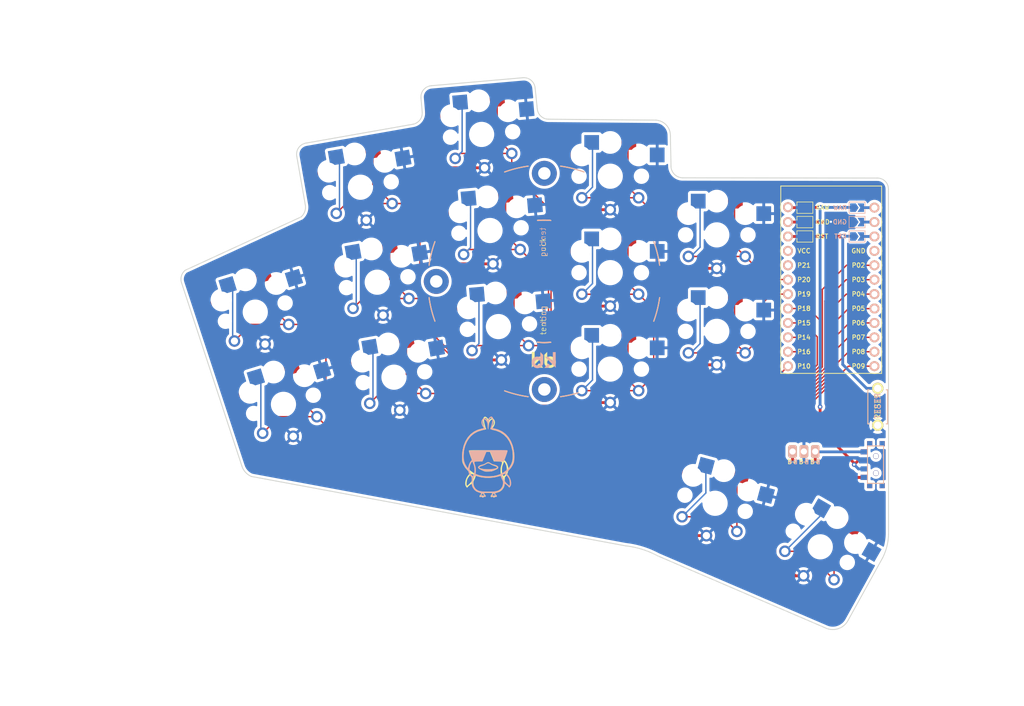
<source format=kicad_pcb>
(kicad_pcb (version 20211014) (generator pcbnew)
  (title_block (title "board") (rev "v1.0.0") (company "Unknown"))
  (layers (0 "F.Cu" signal) (31 "B.Cu" signal) (34 "B.Paste" user) (35 "F.Paste" user) (36 "B.SilkS" user "B.Silkscreen") (37 "F.SilkS" user "F.Silkscreen") (38 "B.Mask" user) (39 "F.Mask" user) (44 "Edge.Cuts" user))
  (net 0 "")
  (net 1 "P6")
  (net 2 "GND")
  (net 3 "P5")
  (net 4 "P4")
  (net 5 "P3")
  (net 6 "P2")
  (net 7 "P18")
  (net 8 "P15")
  (net 9 "P14")
  (net 10 "P16")
  (net 11 "P10")
  (net 12 "P19")
  (net 13 "P20")
  (net 14 "P21")
  (net 15 "P7")
  (net 16 "P8")
  (net 17 "P9")
  (net 18 "RAW")
  (net 19 "RST")
  (net 20 "VCC")
  (net 21 "Braw")
  (footprint "E73:SPDT_C128955" (layer "F.Cu") (at 162.242148 -55.849495 -90)
    (fp_text reference "T1" hide)
    (fp_text value "" hide)
  )
  (footprint "lib:bat" (layer "F.Cu") (at 149.545396 -58.163682)
    (fp_text reference "PAD1" hide)
    (fp_text value "" hide)
  )
  (footprint "kbd:ResetSW" (layer "F.Cu") (at 162.56 -66.04 90)
    (fp_text reference "B1" hide)
    (fp_text value "")
  )
  (footprint "PG1350" (layer "F.Cu") (at 71.38711 -104.745067 10)
    (fp_text reference "S11" hide)
    (fp_text value "" hide)
  )
  (footprint "PG1350" (layer "F.Cu") (at 152.428645 -41.360213 150)
    (fp_text reference "S34" hide)
    (fp_text value "" hide)
  )
  (footprint "PG1350" (layer "F.Cu") (at 94.221643 -97.114167 5)
    (fp_text reference "S15" hide)
    (fp_text value "" hide)
  )
  (footprint "PG1350" (layer "F.Cu") (at 115.411087 -89.686017)
    (fp_text reference "S21" hide)
    (fp_text value "" hide)
  )
  (footprint "PG1350" (layer "F.Cu") (at 77.291148 -71.261603 -170)
    (fp_text reference "S8" hide)
    (fp_text value "" hide)
  )
  (footprint "PG1350" (layer "F.Cu") (at 95.703291 -80.178857 -175)
    (fp_text reference "S14" hide)
    (fp_text value "" hide)
  )
  (footprint "PG1350" (layer "F.Cu") (at 115.411087 -72.686017 180)
    (fp_text reference "S20" hide)
    (fp_text value "" hide)
  )
  (footprint "PG1350" (layer "F.Cu") (at 134.192 -79.3425 180)
    (fp_text reference "S28" hide)
    (fp_text value "" hide)
  )
  (footprint "PG1350" (layer "F.Cu") (at 134.192 -96.3425)
    (fp_text reference "S29" hide)
    (fp_text value "" hide)
  )
  (footprint "LOGO" (layer "F.Cu") (at 93.819755 -55.859733)
    (fp_text reference "G***" hide)
    (fp_text value "LOGO" hide)
  )
  (footprint "PG1350" (layer "F.Cu") (at 152.428645 -41.360213 -30)
    (fp_text reference "S33" hide)
    (fp_text value "" hide)
  )
  (footprint "PG1350" (layer "F.Cu") (at 77.291148 -71.261603 10)
    (fp_text reference "S7" hide)
    (fp_text value "" hide)
  )
  (footprint "E73:SPDT_C128955" (layer "F.Cu") (at 162.242148 -55.849495 -90)
    (fp_text reference "T2" hide)
    (fp_text value "" hide)
  )
  (footprint "PG1350" (layer "F.Cu") (at 52.842259 -82.729963 17)
    (fp_text reference "S5" hide)
    (fp_text value "" hide)
  )
  (footprint "PG1350" (layer "F.Cu") (at 134.192 -79.3425)
    (fp_text reference "S27" hide)
    (fp_text value "" hide)
  )
  (footprint "PG1350" (layer "F.Cu") (at 74.339129 -88.003335 10)
    (fp_text reference "S9" hide)
    (fp_text value "" hide)
  )
  (footprint "PG1350" (layer "F.Cu") (at 94.221643 -97.114167 -175)
    (fp_text reference "S16" hide)
    (fp_text value "" hide)
  )
  (footprint "PG1350" (layer "F.Cu") (at 134.192 -96.3425 180)
    (fp_text reference "S30" hide)
    (fp_text value "" hide)
  )
  (footprint "PG1350" (layer "F.Cu") (at 95.703291 -80.178857 5)
    (fp_text reference "S13" hide)
    (fp_text value "" hide)
  )
  (footprint "PG1350" (layer "F.Cu") (at 115.411087 -106.686017 180)
    (fp_text reference "S24" hide)
    (fp_text value "" hide)
  )
  (footprint "PG1350" (layer "F.Cu") (at 92.739996 -114.049477 5)
    (fp_text reference "S17" hide)
    (fp_text value "" hide)
  )
  (footprint "PG1350" (layer "F.Cu") (at 57.812578 -66.472782 -163)
    (fp_text reference "S4" hide)
    (fp_text value "" hide)
  )
  (footprint "PG1350" (layer "F.Cu") (at 74.339129 -88.003335 -170)
    (fp_text reference "S10" hide)
    (fp_text value "" hide)
  )
  (footprint "PG1350" (layer "F.Cu") (at 115.411087 -89.686017 180)
    (fp_text reference "S22" hide)
    (fp_text value "" hide)
  )
  (footprint "PG1350" (layer "F.Cu") (at 133.891046 -49.038738 -15)
    (fp_text reference "S31" hide)
    (fp_text value "" hide)
  )
  (footprint "ProMicro" (layer "F.Cu") (at 154.357213 -87.172542 -90)
    (fp_text reference "MCU1" hide)
    (fp_text value "" hide)
  )
  (footprint "PG1350" (layer "F.Cu") (at 57.812578 -66.472782 17)
    (fp_text reference "S3" hide)
    (fp_text value "" hide)
  )
  (footprint "PG1350" (layer "F.Cu") (at 133.891046 -49.038738 165)
    (fp_text reference "S32" hide)
    (fp_text value "" hide)
  )
  (footprint "Alaa:Tenting_Puck_3_Holes" (layer "F.Cu") (at 103.79722 -88.141427)
    (fp_text reference "REF**")
    (fp_text value "Tenting Puck")
  )
  (footprint "PG1350" (layer "F.Cu") (at 71.38711 -104.745067 -170)
    (fp_text reference "S12" hide)
    (fp_text value "" hide)
  )
  (footprint "PG1350" (layer "F.Cu") (at 115.411087 -106.686017)
    (fp_text reference "S23" hide)
    (fp_text value "" hide)
  )
  (footprint "PG1350" (layer "F.Cu") (at 52.842259 -82.729963 -163)
    (fp_text reference "S6" hide)
    (fp_text value "" hide)
  )
  (footprint "PG1350" (layer "F.Cu") (at 115.411087 -72.686017)
    (fp_text reference "S19" hide)
    (fp_text value "" hide)
  )
  (footprint "PG1350" (layer "F.Cu") (at 92.739996 -114.049477 -175)
    (fp_text reference "S18" hide)
    (fp_text value "" hide)
  )
  (footprint "LOGO" (layer "B.Cu") (at 93.98 -55.88 180)
    (fp_text reference "G***" hide)
    (fp_text value "LOGO" hide)
  )
  (gr_line (start 126.121408 -108.433191) (end 126.017155 -113.775795) (layer "Edge.Cuts") (width 0.15))
  (gr_arc (start 123.477155 -116.569795) (mid 125.311947 -115.686235) (end 126.017155 -113.775795) (layer "Edge.Cuts") (width 0.15))
  (gr_arc (start 39.848601 -87.891438) (mid 39.8224 -89.101164) (end 40.491427 -90.109393) (layer "Edge.Cuts") (width 0.15))
  (gr_line (start 153.591046 -26.958397) (end 123.779847 -39.764389) (layer "Edge.Cuts") (width 0.15))
  (gr_arc (start 128.150357 -106.406267) (mid 126.731785 -107.015227) (end 126.121408 -108.433191) (layer "Edge.Cuts") (width 0.15))
  (gr_line (start 102.172334 -122.230624) (end 102.550353 -118.560853) (layer "Edge.Cuts") (width 0.15))
  (gr_line (start 82.266245 -117.989249) (end 82.049201 -120.470078) (layer "Edge.Cuts") (width 0.15))
  (gr_arc (start 60.153981 -110.205554) (mid 60.48529 -111.700005) (end 61.776299 -112.522466) (layer "Edge.Cuts") (width 0.15))
  (gr_arc (start 52.168885 -53.758728) (mid 51.127162 -54.490363) (end 50.484015 -55.588924) (layer "Edge.Cuts") (width 0.15))
  (gr_arc (start 82.266246 -117.989249) (mid 81.860585 -116.597398) (end 80.621152 -115.845322) (layer "Edge.Cuts") (width 0.15))
  (gr_arc (start 162.444241 -106.359224) (mid 163.871637 -105.799912) (end 164.444241 -104.377795) (layer "Edge.Cuts") (width 0.15))
  (gr_line (start 162.444241 -106.359224) (end 128.150357 -106.406267) (layer "Edge.Cuts") (width 0.15))
  (gr_line (start 40.491427 -90.109393) (end 60.924243 -99.51159) (layer "Edge.Cuts") (width 0.15))
  (gr_line (start 61.776299 -112.522466) (end 80.621152 -115.845322) (layer "Edge.Cuts") (width 0.15))
  (gr_line (start 118.100952 -41.532435) (end 52.168885 -53.758728) (layer "Edge.Cuts") (width 0.15))
  (gr_line (start 157.367946 -28.458049) (end 163.435813 -39.438858) (layer "Edge.Cuts") (width 0.15))
  (gr_arc (start 82.049201 -120.470079) (mid 82.509504 -121.929964) (end 83.867279 -122.636779) (layer "Edge.Cuts") (width 0.15))
  (gr_arc (start 118.100952 -41.532435) (mid 121.025117 -40.920519) (end 123.779847 -39.764389) (layer "Edge.Cuts") (width 0.15))
  (gr_line (start 39.848601 -87.891438) (end 50.484015 -55.588924) (layer "Edge.Cuts") (width 0.15))
  (gr_arc (start 157.367946 -28.458049) (mid 155.764262 -26.991042) (end 153.591046 -26.958397) (layer "Edge.Cuts") (width 0.15))
  (gr_line (start 60.15398 -110.205554) (end 61.663644 -101.60441) (layer "Edge.Cuts") (width 0.15))
  (gr_line (start 104.542743 -116.735163) (end 123.477155 -116.569795) (layer "Edge.Cuts") (width 0.15))
  (gr_arc (start 100.005633 -124.048703) (mid 101.465554 -123.588422) (end 102.172334 -122.230624) (layer "Edge.Cuts") (width 0.15))
  (gr_arc (start 61.663644 -101.60441) (mid 61.564659 -100.462355) (end 60.924243 -99.51159) (layer "Edge.Cuts") (width 0.15))
  (gr_arc (start 104.542743 -116.735163) (mid 103.191579 -117.260624) (end 102.550353 -118.560853) (layer "Edge.Cuts") (width 0.15))
  (gr_line (start 83.867279 -122.636779) (end 100.005633 -124.048702) (layer "Edge.Cuts") (width 0.15))
  (gr_line (start 164.473079 -43.609992) (end 164.444241 -104.377795) (layer "Edge.Cuts") (width 0.15))
  (gr_arc (start 164.473079 -43.609992) (mid 164.184386 -41.467243) (end 163.435813 -39.438858) (layer "Edge.Cuts") (width 0.15))
  (segment (start 157.527339 -80.822542) (end 154.628374 -77.923577) (width 0.25) (layer "F.Cu") (net 1))
  (segment (start 58.734795 -80.557863) (end 52.095465 -80.557863) (width 0.25) (layer "F.Cu") (net 1))
  (segment (start 54.234545 -89.377494) (end 54.234545 -85.058113) (width 0.25) (layer "F.Cu") (net 1))
  (segment (start 52.095465 -80.557863) (end 49.171748 -77.634146) (width 0.25) (layer "F.Cu") (net 1))
  (segment (start 94.028116 -72.037521) (end 89.562066 -72.037521) (width 0.25) (layer "F.Cu") (net 1))
  (segment (start 54.234545 -85.058113) (end 58.734795 -80.557863) (width 0.25) (layer "F.Cu") (net 1))
  (segment (start 154.628374 -72.346106) (end 149.562665 -67.280397) (width 0.25) (layer "F.Cu") (net 1))
  (segment (start 65.297412 -69.322588) (end 65.297412 -78.74) (width 0.25) (layer "F.Cu") (net 1))
  (segment (start 149.562665 -67.280397) (end 126.862431 -67.280397) (width 0.25) (layer "F.Cu") (net 1))
  (segment (start 161.977213 -80.822542) (end 157.527339 -80.822542) (width 0.25) (layer "F.Cu") (net 1))
  (segment (start 126.862431 -67.280397) (end 126.311018 -66.728983) (width 0.25) (layer "F.Cu") (net 1))
  (segment (start 121.686138 -62.104105) (end 109.813673 -62.104105) (width 0.25) (layer "F.Cu") (net 1))
  (segment (start 109.813673 -62.104105) (end 106.982862 -64.934916) (width 0.25) (layer "F.Cu") (net 1))
  (segment (start 71.12 -63.5) (end 65.297412 -69.322588) (width 0.25) (layer "F.Cu") (net 1))
  (segment (start 63.479549 -80.557863) (end 58.734795 -80.557863) (width 0.25) (layer "F.Cu") (net 1))
  (segment (start 126.311018 -66.728983) (end 121.686138 -62.104105) (width 0.25) (layer "F.Cu") (net 1))
  (segment (start 89.562066 -72.037521) (end 81.024544 -63.5) (width 0.25) (layer "F.Cu") (net 1))
  (segment (start 154.628374 -77.923577) (end 154.628374 -72.346106) (width 0.25) (layer "F.Cu") (net 1))
  (segment (start 81.024544 -63.5) (end 71.12 -63.5) (width 0.25) (layer "F.Cu") (net 1))
  (segment (start 101.130724 -64.934916) (end 94.028116 -72.037521) (width 0.25) (layer "F.Cu") (net 1))
  (segment (start 65.297412 -78.74) (end 63.479549 -80.557863) (width 0.25) (layer "F.Cu") (net 1))
  (segment (start 106.982862 -64.934916) (end 101.130724 -64.934916) (width 0.25) (layer "F.Cu") (net 1))
  (segment (start 47.655954 -88.184596) (end 48.856953 -86.983597) (width 0.25) (layer "B.Cu") (net 1))
  (segment (start 48.856953 -86.983597) (end 48.856953 -78.356283) (width 0.25) (layer "B.Cu") (net 1))
  (segment (start 108.15356 -75.418544) (end 107.136087 -76.436017) (width 0.5) (layer "F.Cu") (net 2))
  (segment (start 63.384822 -105.421809) (end 62.586645 -106.219986) (width 0.5) (layer "F.Cu") (net 2))
  (segment (start 96.21751 -74.301308) (end 89.760656 -74.301308) (width 0.5) (layer "F.Cu") (net 2))
  (segment (start 134.192 -90.4425) (end 127.825621 -90.4425) (width 0.5) (layer "F.Cu") (net 2))
  (segment (start 63.384822 -100.80225) (end 63.384822 -105.421809) (width 0.5) (layer "F.Cu") (net 2))
  (segment (start 128.464518 -73.4425) (end 125.917 -75.990018) (width 0.5) (layer "F.Cu") (net 2))
  (segment (start 75.363653 -82.192969) (end 74.347654 -81.17697) (width 0.5) (layer "F.Cu") (net 2))
  (segment (start 115.411087 -66.786017) (end 109.81576 -66.786017) (width 0.5) (layer "F.Cu") (net 2))
  (segment (start 125.917 -92.351121) (end 125.917 -100.0925) (width 0.5) (layer "F.Cu") (net 2))
  (segment (start 108.15356 -68.448217) (end 108.15356 -75.418544) (width 0.5) (layer "F.Cu") (net 2))
  (segment (start 62.586645 -106.219986) (end 62.586645 -107.001157) (width 0.5) (layer "F.Cu") (net 2))
  (segment (start 66.26837 -97.918702) (end 63.384822 -100.80225) (width 0.5) (layer "F.Cu") (net 2))
  (segment (start 74.347654 -81.17697) (end 68.485407 -81.17697) (width 0.5) (layer "F.Cu") (net 2))
  (segment (start 71.813295 -64.435238) (end 68.490683 -67.75785) (width 0.5) (layer "F.Cu") (net 2))
  (segment (start 89.760656 -74.301308) (end 87.132946 -76.929018) (width 0.5) (layer "F.Cu") (net 2))
  (segment (start 125.807135 -53.741241) (end 126.868581 -54.802687) (width 0.5) (layer "F.Cu") (net 2))
  (segment (start 109.81576 -66.786017) (end 108.15356 -68.448217) (width 0.5) (layer "F.Cu") (net 2))
  (segment (start 49.917361 -65.987885) (end 48.802762 -67.102484) (width 0.5) (layer "F.Cu") (net 2))
  (segment (start 144.4244 -39.868068) (end 144.4244 -46.032423) (width 0.5) (layer "F.Cu") (net 2))
  (segment (start 125.807135 -45.471746) (end 125.807135 -53.741241) (width 0.5) (layer "F.Cu") (net 2))
  (segment (start 59.537571 -60.830584) (end 58.196209 -59.489222) (width 0.5) (layer "F.Cu") (net 2))
  (segment (start 77.299673 -64.435238) (end 71.813295 -64.435238) (width 0.5) (layer "F.Cu") (net 2))
  (segment (start 115.411087 -83.786017) (end 108.973745 -83.786017) (width 0.5) (layer "F.Cu") (net 2))
  (segment (start 78.315672 -65.451237) (end 77.299673 -64.435238) (width 0.5) (layer "F.Cu") (net 2))
  (segment (start 58.196209 -59.489222) (end 53.137791 -59.489222) (width 0.5) (layer "F.Cu") (net 2))
  (segment (start 71.395635 -97.918702) (end 66.26837 -97.918702) (width 0.5) (layer "F.Cu") (net 2))
  (segment (start 132.364014 -43.339776) (end 127.939105 -43.339776) (width 0.5) (layer "F.Cu") (net 2))
  (segment (start 53.137791 -59.489222) (end 49.917361 -62.709652) (width 0.5) (layer "F.Cu") (net 2))
  (segment (start 134.192 -73.4425) (end 128.464518 -73.4425) (width 0.5) (layer "F.Cu") (net 2))
  (segment (start 107.136087 -103.216201) (end 107.136087 -110.436017) (width 0.5) (layer "F.Cu") (net 2))
  (segment (start 86.601289 -108.171928) (end 86.570217 -108.140856) (width 0.5) (layer "F.Cu") (net 2))
  (segment (start 93.254215 -108.171928) (end 86.601289 -108.171928) (width 0.5) (layer "F.Cu") (net 2))
  (segment (start 115.411087 -100.786017) (end 109.566271 -100.786017) (width 0.5) (layer "F.Cu") (net 2))
  (segment (start 68.485407 -81.17697) (end 65.538664 -84.123713) (width 0.5) (layer "F.Cu") (net 2))
  (segment (start 85.651298 -93.599163) (end 85.651298 -100.128683) (width 0.5) (layer "F.Cu") (net 2))
  (segment (start 65.538664 -84.123713) (end 65.538664 -90.259425) (width 0.5) (layer "F.Cu") (net 2))
  (segment (start 48.802762 -67.102484) (end 48.802762 -67.639549) (width 0.5) (layer "F.Cu") (net 2))
  (segment (start 144.4244 -46.032423) (end 147.137285 -48.745308) (width 0.5) (layer "F.Cu") (net 2))
  (segment (start 127.939105 -43.339776) (end 125.807135 -45.471746) (width 0.5) (layer "F.Cu") (net 2))
  (segment (start 148.041805 -36.250663) (end 144.4244 -39.868068) (width 0.5) (layer "F.Cu") (net 2))
  (segment (start 154.256703 -98.602542) (end 150.44369 -98.602542) (width 0.5) (layer "F.Cu") (net 2))
  (segment (start 108.15356 -76.015027) (end 107.136087 -77.0325) (width 0.5) (layer "F.Cu") (net 2))
  (segment (start 109.566271 -100.786017) (end 107.136087 -103.216201) (width 0.5) (layer "F.Cu") (net 2))
  (segment (start 94.735862 -91.236618) (end 88.013843 -91.236618) (width 0.5) (layer "F.Cu") (net 2))
  (segment (start 48.232895 -75.218284) (end 44.864298 -78.586881) (width 0.5) (layer "F.Cu") (net 2))
  (segment (start 87.132946 -76.929018) (end 87.132946 -83.193373) (width 0.5) (layer "F.Cu") (net 2))
  (segment (start 88.013843 -91.236618) (end 85.651298 -93.599163) (width 0.5) (layer "F.Cu") (net 2))
  (segment (start 108.973745 -83.786017) (end 107.136087 -85.623675) (width 0.5) (layer "F.Cu") (net 2))
  (segment (start 154.304587 -98.650426) (end 154.256703 -98.602542) (width 0.5) (layer "F.Cu") (net 2))
  (segment (start 127.825621 -90.4425) (end 125.917 -92.351121) (width 0.5) (layer "F.Cu") (net 2))
  (segment (start 44.864298 -78.586881) (end 44.864298 -82.864875) (width 0.5) (layer "F.Cu") (net 2))
  (segment (start 86.570217 -108.140856) (end 84.169651 -110.541422) (width 0.5) (layer "F.Cu") (net 2))
  (segment (start 54.567252 -77.087765) (end 52.697771 -75.218284) (width 0.5) (layer "F.Cu") (net 2))
  (segment (start 72.411634 -98.934701) (end 71.395635 -97.918702) (width 0.5) (layer "F.Cu") (net 2))
  (segment (start 149.478645 -36.250663) (end 148.041805 -36.250663) (width 0.5) (layer "F.Cu") (net 2))
  (segment (start 68.490683 -67.75785) (end 68.490683 -73.517693) (width 0.5) (layer "F.Cu") (net 2))
  (segment (start 52.697771 -75.218284) (end 48.232895 -75.218284) (width 0.5) (layer "F.Cu") (net 2))
  (segment (start 107.136087 -85.623675) (end 107.136087 -93.436017) (width 0.5) (layer "F.Cu") (net 2))
  (segment (start 44.864298 -82.864875) (end 43.832443 -83.89673) (width 0.5) (layer "F.Cu") (net 2))
  (segment (start 49.917361 -62.709652) (end 49.917361 -65.987885) (width 0.5) (layer "F.Cu") (net 2))
  (segment (start 125.917 -75.990018) (end 125.917 -83.0925) (width 0.5) (layer "F.Cu") (net 2))
  (segment (start 84.169651 -110.541422) (end 84.169651 -117.063993) (width 0.5) (layer "F.Cu") (net 2))
  (via (at 154.304587 -98.650426) (size 0.8) (drill 0.4) (layers "F.Cu" "B.Cu") (net 2))
  (segment (start 154.329345 -98.675184) (end 154.329345 -64.825511) (width 0.5) (layer "B.Cu") (net 2))
  (segment (start 149.545396 -60.041562) (end 149.545396 -58.163682) (width 0.5) (layer "B.Cu") (net 2))
  (segment (start 154.329345 -64.825511) (end 149.545396 -60.041562) (width 0.5) (layer "B.Cu") (net 2))
  (segment (start 154.304587 -98.650426) (end 154.329345 -98.675184) (width 0.5) (layer "B.Cu") (net 2))
  (segment (start 154.329345 -98.675184) (end 158.139502 -98.675184) (width 0.5) (layer "B.Cu") (net 2))
  (segment (start 154.178854 -72.532303) (end 154.178854 -80.140845) (width 0.25) (layer "F.Cu") (net 3))
  (segment (start 157.383378 -83.345369) (end 161.96004 -83.345369) (width 0.25) (layer "F.Cu") (net 3))
  (segment (start 121.499941 -62.553625) (end 126.676233 -67.729917) (width 0.25) (layer "F.Cu") (net 3))
  (segment (start 79.483187 -71.779437) (end 82.87505 -68.387574) (width 0.25) (layer "F.Cu") (net 3))
  (segment (start 94.214315 -72.487041) (end 101.31692 -65.384436) (width 0.25) (layer "F.Cu") (net 3))
  (segment (start 154.178854 -80.140845) (end 157.383378 -83.345369) (width 0.25) (layer "F.Cu") (net 3))
  (segment (start 149.376468 -67.729917) (end 154.178854 -72.532303) (width 0.25) (layer "F.Cu") (net 3))
  (segment (start 101.31692 -65.384436) (end 107.16906 -65.384436) (width 0.25) (layer "F.Cu") (net 3))
  (segment (start 82.87505 -68.387574) (end 74.763453 -68.387574) (width 0.25) (layer "F.Cu") (net 3))
  (segment (start 79.483187 -77.689907) (end 79.483187 -71.779437) (width 0.25) (layer "F.Cu") (net 3))
  (segment (start 74.763453 -68.387574) (end 73.026972 -66.651093) (width 0.25) (layer "F.Cu") (net 3))
  (segment (start 85.2764 -68.387574) (end 89.375867 -72.487041) (width 0.25) (layer "F.Cu") (net 3))
  (segment (start 109.999871 -62.553625) (end 121.499941 -62.553625) (width 0.25) (layer "F.Cu") (net 3))
  (segment (start 107.16906 -65.384436) (end 109.999871 -62.553625) (width 0.25) (layer "F.Cu") (net 3))
  (segment (start 82.87505 -68.387574) (end 85.2764 -68.387574) (width 0.25) (layer "F.Cu") (net 3))
  (segment (start 89.375867 -72.487041) (end 94.214315 -72.487041) (width 0.25) (layer "F.Cu") (net 3))
  (segment (start 126.676233 -67.729917) (end 149.376468 -67.729917) (width 0.25) (layer "F.Cu") (net 3))
  (segment (start 73.59045 -67.214571) (end 73.026972 -66.651093) (width 0.25) (layer "B.Cu") (net 3))
  (segment (start 73.032696 -76.552511) (end 73.59045 -75.994757) (width 0.25) (layer "B.Cu") (net 3))
  (segment (start 73.59045 -75.994757) (end 73.59045 -67.214571) (width 0.25) (layer "B.Cu") (net 3))
  (segment (start 126.490035 -68.179437) (end 149.19027 -68.179437) (width 0.25) (layer "F.Cu") (net 4))
  (segment (start 76.531168 -88.521169) (end 79.923031 -85.129306) (width 0.25) (layer "F.Cu") (net 4))
  (segment (start 94.400512 -72.936561) (end 101.503117 -65.833956) (width 0.25) (layer "F.Cu") (net 4))
  (segment (start 110.186071 -63.003145) (end 121.313741 -63.003145) (width 0.25) (layer "F.Cu") (net 4))
  (segment (start 76.531168 -94.431639) (end 76.531168 -88.521169) (width 0.25) (layer "F.Cu") (net 4))
  (segment (start 149.19027 -68.179437) (end 153.729334 -72.718501) (width 0.25) (layer "F.Cu") (net 4))
  (segment (start 153.729334 -82.609334) (end 157.024799 -85.904799) (width 0.25) (layer "F.Cu") (net 4))
  (segment (start 84.38648 -77.933067) (end 89.382986 -72.936561) (width 0.25) (layer "F.Cu") (net 4))
  (segment (start 84.38648 -82.617802) (end 84.38648 -77.933067) (width 0.25) (layer "F.Cu") (net 4))
  (segment (start 157.024799 -85.904799) (end 161.974956 -85.904799) (width 0.25) (layer "F.Cu") (net 4))
  (segment (start 79.923031 -85.129306) (end 71.811434 -85.129306) (width 0.25) (layer "F.Cu") (net 4))
  (segment (start 89.382986 -72.936561) (end 94.400512 -72.936561) (width 0.25) (layer "F.Cu") (net 4))
  (segment (start 81.874976 -85.129306) (end 84.38648 -82.617802) (width 0.25) (layer "F.Cu") (net 4))
  (segment (start 107.355257 -65.833956) (end 110.186071 -63.003145) (width 0.25) (layer "F.Cu") (net 4))
  (segment (start 79.923031 -85.129306) (end 81.874976 -85.129306) (width 0.25) (layer "F.Cu") (net 4))
  (segment (start 161.974956 -85.904799) (end 161.977213 -85.902542) (width 0.25) (layer "F.Cu") (net 4))
  (segment (start 153.729334 -72.718501) (end 153.729334 -82.609334) (width 0.25) (layer "F.Cu") (net 4))
  (segment (start 71.811434 -85.129306) (end 70.074953 -83.392825) (width 0.25) (layer "F.Cu") (net 4))
  (segment (start 101.503117 -65.833956) (end 107.355257 -65.833956) (width 0.25) (layer "F.Cu") (net 4))
  (segment (start 121.313741 -63.003145) (end 126.490035 -68.179437) (width 0.25) (layer "F.Cu") (net 4))
  (segment (start 70.638431 -83.956303) (end 70.074953 -83.392825) (width 0.25) (layer "B.Cu") (net 4))
  (segment (start 70.638431 -92.736489) (end 70.638431 -83.956303) (width 0.25) (layer "B.Cu") (net 4))
  (segment (start 70.080677 -93.294243) (end 70.638431 -92.736489) (width 0.25) (layer "B.Cu") (net 4))
  (segment (start 68.859415 -101.871038) (end 67.122934 -100.134557) (width 0.25) (layer "F.Cu") (net 5))
  (segment (start 107.541455 -66.283476) (end 110.372268 -63.452665) (width 0.25) (layer "F.Cu") (net 5))
  (segment (start 73.579149 -111.173371) (end 73.579149 -105.262901) (width 0.25) (layer "F.Cu") (net 5))
  (segment (start 149.004072 -68.628957) (end 153.249052 -72.873937) (width 0.25) (layer "F.Cu") (net 5))
  (segment (start 81.858703 -85.781297) (end 84.836 -82.804) (width 0.25) (layer "F.Cu") (net 5))
  (segment (start 110.372268 -63.452665) (end 121.127544 -63.452665) (width 0.25) (layer "F.Cu") (net 5))
  (segment (start 81.858703 -99.573497) (end 81.858703 -85.781297) (width 0.25) (layer "F.Cu") (net 5))
  (segment (start 153.249052 -84.703008) (end 156.988586 -88.442542) (width 0.25) (layer "F.Cu") (net 5))
  (segment (start 76.971012 -101.871038) (end 68.859415 -101.871038) (width 0.25) (layer "F.Cu") (net 5))
  (segment (start 79.561162 -101.871038) (end 81.858703 -99.573497) (width 0.25) (layer "F.Cu") (net 5))
  (segment (start 101.689314 -66.283476) (end 107.541455 -66.283476) (width 0.25) (layer "F.Cu") (net 5))
  (segment (start 153.249052 -72.873937) (end 153.249052 -84.703008) (width 0.25) (layer "F.Cu") (net 5))
  (segment (start 76.971012 -101.871038) (end 79.561162 -101.871038) (width 0.25) (layer "F.Cu") (net 5))
  (segment (start 89.569184 -73.386081) (end 94.586709 -73.386081) (width 0.25) (layer "F.Cu") (net 5))
  (segment (start 84.836 -82.804) (end 84.836 -78.119265) (width 0.25) (layer "F.Cu") (net 5))
  (segment (start 126.303837 -68.628957) (end 149.004072 -68.628957) (width 0.25) (layer "F.Cu") (net 5))
  (segment (start 73.579149 -105.262901) (end 76.971012 -101.871038) (width 0.25) (layer "F.Cu") (net 5))
  (segment (start 94.586709 -73.386081) (end 101.689314 -66.283476) (width 0.25) (layer "F.Cu") (net 5))
  (segment (start 156.988586 -88.442542) (end 161.977213 -88.442542) (width 0.25) (layer "F.Cu") (net 5))
  (segment (start 121.127544 -63.452665) (end 126.303837 -68.628957) (width 0.25) (layer "F.Cu") (net 5))
  (segment (start 84.836 -78.119265) (end 89.569184 -73.386081) (width 0.25) (layer "F.Cu") (net 5))
  (segment (start 67.686412 -100.698035) (end 67.122934 -100.134557) (width 0.25) (layer "B.Cu") (net 5))
  (segment (start 67.128658 -110.035975) (end 67.686412 -109.478221) (width 0.25) (layer "B.Cu") (net 5))
  (segment (start 67.686412 -109.478221) (end 67.686412 -100.698035) (width 0.25) (layer "B.Cu") (net 5))
  (segment (start 104.07916 -75.594064) (end 104.07916 -73.484347) (width 0.25) (layer "F.Cu") (net 6))
  (segment (start 106.680001 -67.780648) (end 110.558465 -63.902185) (width 0.25) (layer "F.Cu") (net 6))
  (segment (start 110.558465 -63.902185) (end 120.941347 -63.902185) (width 0.25) (layer "F.Cu") (net 6))
  (segment (start 91.925067 -76.829096) (end 91.053509 -75.957538) (width 0.25) (layer "F.Cu") (net 6))
  (segment (start 106.68 -70.883507) (end 106.680001 -67.780648) (width 0.25) (layer "F.Cu") (net 6))
  (segment (start 101.015456 -76.829096) (end 98.447252 -79.3973) (width 0.25) (layer "F.Cu") (net 6))
  (segment (start 152.799532 -73.060135) (end 152.799532 -86.738477) (width 0.25) (layer "F.Cu") (net 6))
  (segment (start 98.447252 -79.3973) (end 98.447252 -86.391651) (width 0.25) (layer "F.Cu") (net 6))
  (segment (start 104.07916 -73.484347) (end 106.68 -70.883507) (width 0.25) (layer "F.Cu") (net 6))
  (segment (start 120.941347 -63.902185) (end 126.117639 -69.078477) (width 0.25) (layer "F.Cu") (net 6))
  (segment (start 126.117639 -69.078477) (end 148.817874 -69.078477) (width 0.25) (layer "F.Cu") (net 6))
  (segment (start 101.015456 -76.829096) (end 102.844128 -76.829096) (width 0.25) (layer "F.Cu") (net 6))
  (segment (start 102.844128 -76.829096) (end 104.07916 -75.594064) (width 0.25) (layer "F.Cu") (net 6))
  (segment (start 152.799532 -86.738477) (end 157.043597 -90.982542) (width 0.25) (layer "F.Cu") (net 6))
  (segment (start 157.043597 -90.982542) (end 161.977213 -90.982542) (width 0.25) (layer "F.Cu") (net 6))
  (segment (start 101.015456 -76.829096) (end 91.925067 -76.829096) (width 0.25) (layer "F.Cu") (net 6))
  (segment (start 148.817874 -69.078477) (end 152.799532 -73.060135) (width 0.25) (layer "F.Cu") (net 6))
  (segment (start 92.270004 -77.174033) (end 91.053509 -75.957538) (width 0.25) (layer "B.Cu") (net 6))
  (segment (start 91.922177 -85.82078) (end 92.270004 -85.472953) (width 0.25) (layer "B.Cu") (net 6))
  (segment (start 92.270004 -85.472953) (end 92.270004 -77.174033) (width 0.25) (layer "B.Cu") (net 6))
  (segment (start 110.744662 -64.351705) (end 120.755149 -64.351705) (width 0.25) (layer "F.Cu") (net 7))
  (segment (start 104.52868 -88.769534) (end 104.52868 -73.670546) (width 0.25) (layer "F.Cu") (net 7))
  (segment (start 152.350012 -73.246333) (end 152.350012 -81.329988) (width 0.25) (layer "F.Cu") (net 7))
  (segment (start 99.533808 -93.764406) (end 90.443419 -93.764406) (width 0.25) (layer "F.Cu") (net 7))
  (segment (start 96.965604 -96.33261) (end 99.533808 -93.764406) (width 0.25) (layer "F.Cu") (net 7))
  (segment (start 107.12952 -67.966846) (end 107.392843 -67.703524) (width 0.25) (layer "F.Cu") (net 7))
  (segment (start 150.317458 -83.362542) (end 146.737213 -83.362542) (width 0.25) (layer "F.Cu") (net 7))
  (segment (start 107.392843 -67.703524) (end 110.744662 -64.351705) (width 0.25) (layer "F.Cu") (net 7))
  (segment (start 99.533808 -93.764406) (end 104.52868 -88.769534) (width 0.25) (layer "F.Cu") (net 7))
  (segment (start 148.631676 -69.527997) (end 152.350012 -73.246333) (width 0.25) (layer "F.Cu") (net 7))
  (segment (start 125.931441 -69.527997) (end 148.631676 -69.527997) (width 0.25) (layer "F.Cu") (net 7))
  (segment (start 96.965604 -103.326961) (end 96.965604 -96.33261) (width 0.25) (layer "F.Cu") (net 7))
  (segment (start 90.443419 -93.764406) (end 89.571861 -92.892848) (width 0.25) (layer "F.Cu") (net 7))
  (segment (start 107.12952 -71.069705) (end 107.12952 -67.966846) (width 0.25) (layer "F.Cu") (net 7))
  (segment (start 152.350012 -81.329988) (end 150.317458 -83.362542) (width 0.25) (layer "F.Cu") (net 7))
  (segment (start 104.52868 -73.670546) (end 107.12952 -71.069705) (width 0.25) (layer "F.Cu") (net 7))
  (segment (start 120.755149 -64.351705) (end 125.931441 -69.527997) (width 0.25) (layer "F.Cu") (net 7))
  (segment (start 90.788356 -94.109343) (end 89.571861 -92.892848) (width 0.25) (layer "B.Cu") (net 7))
  (segment (start 90.440529 -102.75609) (end 90.788356 -102.408263) (width 0.25) (layer "B.Cu") (net 7))
  (segment (start 90.788356 -102.408263) (end 90.788356 -94.109343) (width 0.25) (layer "B.Cu") (net 7))
  (segment (start 148.445478 -69.977517) (end 151.900492 -73.432531) (width 0.25) (layer "F.Cu") (net 8))
  (segment (start 120.568951 -64.801225) (end 125.745243 -69.977517) (width 0.25) (layer "F.Cu") (net 8))
  (segment (start 98.052161 -107.541789) (end 104.9782 -100.61575) (width 0.25) (layer "F.Cu") (net 8))
  (segment (start 151.900492 -78.376564) (end 149.454514 -80.822542) (width 0.25) (layer "F.Cu") (net 8))
  (segment (start 98.052161 -110.699716) (end 98.052161 -107.541789) (width 0.25) (layer "F.Cu") (net 8))
  (segment (start 95.483957 -120.262271) (end 95.483957 -113.26792) (width 0.25) (layer "F.Cu") (net 8))
  (segment (start 125.745243 -69.977517) (end 148.445478 -69.977517) (width 0.25) (layer "F.Cu") (net 8))
  (segment (start 110.930859 -64.801225) (end 120.568951 -64.801225) (width 0.25) (layer "F.Cu") (net 8))
  (segment (start 107.57904 -71.255902) (end 107.57904 -68.153044) (width 0.25) (layer "F.Cu") (net 8))
  (segment (start 88.961772 -110.699716) (end 88.090214 -109.828158) (width 0.25) (layer "F.Cu") (net 8))
  (segment (start 149.454514 -80.822542) (end 146.737213 -80.822542) (width 0.25) (layer "F.Cu") (net 8))
  (segment (start 98.052161 -110.699716) (end 88.961772 -110.699716) (width 0.25) (layer "F.Cu") (net 8))
  (segment (start 151.900492 -73.432531) (end 151.900492 -78.376564) (width 0.25) (layer "F.Cu") (net 8))
  (segment (start 104.9782 -100.61575) (end 104.9782 -73.856744) (width 0.25) (layer "F.Cu") (net 8))
  (segment (start 95.483957 -113.26792) (end 98.052161 -110.699716) (width 0.25) (layer "F.Cu") (net 8))
  (segment (start 104.9782 -73.856744) (end 107.57904 -71.255902) (width 0.25) (layer "F.Cu") (net 8))
  (segment (start 107.57904 -68.153044) (end 110.930859 -64.801225) (width 0.25) (layer "F.Cu") (net 8))
  (segment (start 89.306709 -111.044653) (end 88.090214 -109.828158) (width 0.25) (layer "B.Cu") (net 8))
  (segment (start 89.306709 -119.343573) (end 89.306709 -111.044653) (width 0.25) (layer "B.Cu") (net 8))
  (segment (start 88.958882 -119.6914) (end 89.306709 -119.343573) (width 0.25) (layer "B.Cu") (net 8))
  (segment (start 148.25928 -70.427037) (end 121.952107 -70.427037) (width 0.25) (layer "F.Cu") (net 9))
  (segment (start 146.737213 -78.282542) (end 149.026535 -78.282542) (width 0.25) (layer "F.Cu") (net 9))
  (segment (start 120.411087 -68.886017) (end 110.411087 -68.886017) (width 0.25) (layer "F.Cu") (net 9))
  (segment (start 118.536566 -78.486496) (end 118.536566 -70.760538) (width 0.25) (layer "F.Cu") (net 9))
  (segment (start 151.450972 -75.858105) (end 151.450972 -73.618729) (width 0.25) (layer "F.Cu") (net 9))
  (segment (start 151.450972 -73.618729) (end 148.25928 -70.427037) (width 0.25) (layer "F.Cu") (net 9))
  (segment (start 118.536566 -70.760538) (end 120.411087 -68.886017) (width 0.25) (layer "F.Cu") (net 9))
  (segment (start 118.686087 -78.636017) (end 118.536566 -78.486496) (width 0.25) (layer "F.Cu") (net 9))
  (segment (start 149.026535 -78.282542) (end 151.450972 -75.858105) (width 0.25) (layer "F.Cu") (net 9))
  (segment (start 121.952107 -70.427037) (end 120.411087 -68.886017) (width 0.25) (layer "F.Cu") (net 9))
  (segment (start 112.285608 -79.029475) (end 112.285608 -70.760538) (width 0.25) (layer "B.Cu") (net 9))
  (segment (start 112.285608 -70.760538) (end 110.411087 -68.886017) (width 0.25) (layer "B.Cu") (net 9))
  (segment (start 118.536566 -87.760538) (end 120.411087 -85.886017) (width 0.25) (layer "F.Cu") (net 10))
  (segment (start 110.411087 -85.886017) (end 120.411087 -85.886017) (width 0.25) (layer "F.Cu") (net 10))
  (segment (start 151.001452 -73.804926) (end 151.001452 -74.60109) (width 0.25) (layer "F.Cu") (net 10))
  (segment (start 118.536566 -95.486496) (end 118.536566 -87.760538) (width 0.25) (layer "F.Cu") (net 10))
  (segment (start 120.411087 -85.886017) (end 123.069394 -83.22771) (width 0.25) (layer "F.Cu") (net 10))
  (segment (start 151.001452 -74.60109) (end 149.86 -75.742542) (width 0.25) (layer "F.Cu") (net 10))
  (segment (start 123.069394 -73.45757) (end 125.650407 -70.876557) (width 0.25) (layer "F.Cu") (net 10))
  (segment (start 125.650407 -70.876557) (end 148.073083 -70.876557) (width 0.25) (layer "F.Cu") (net 10))
  (segment (start 148.073083 -70.876557) (end 151.001452 -73.804926) (width 0.25) (layer "F.Cu") (net 10))
  (segment (start 123.069394 -83.22771) (end 123.069394 -73.45757) (width 0.25) (layer "F.Cu") (net 10))
  (segment (start 149.86 -75.742542) (end 146.737213 -75.742542) (width 0.25) (layer "F.Cu") (net 10))
  (segment (start 118.686087 -95.636017) (end 118.536566 -95.486496) (width 0.25) (layer "F.Cu") (net 10))
  (segment (start 112.285608 -96.029475) (end 112.285608 -87.760538) (width 0.25) (layer "B.Cu") (net 10))
  (segment (start 112.285608 -87.760538) (end 110.411087 -85.886017) (width 0.25) (layer "B.Cu") (net 10))
  (segment (start 118.536566 -112.486496) (end 118.536566 -104.760538) (width 0.25) (layer "F.Cu") (net 11))
  (segment (start 123.518914 -99.77819) (end 123.518914 -73.643767) (width 0.25) (layer "F.Cu") (net 11))
  (segment (start 120.411087 -102.886017) (end 110.411087 -102.886017) (width 0.25) (layer "F.Cu") (net 11))
  (segment (start 118.686087 -112.636017) (end 118.536566 -112.486496) (width 0.25) (layer "F.Cu") (net 11))
  (segment (start 125.836604 -71.326077) (end 144.860748 -71.326077) (width 0.25) (layer "F.Cu") (net 11))
  (segment (start 144.860748 -71.326077) (end 146.737213 -73.202542) (width 0.25) (layer "F.Cu") (net 11))
  (segment (start 123.518914 -73.643767) (end 125.836604 -71.326077) (width 0.25) (layer "F.Cu") (net 11))
  (segment (start 120.411087 -102.886017) (end 123.518914 -99.77819) (width 0.25) (layer "F.Cu") (net 11))
  (segment (start 118.536566 -104.760538) (end 120.411087 -102.886017) (width 0.25) (layer "F.Cu") (net 11))
  (segment (start 112.285608 -104.760538) (end 110.411087 -102.886017) (width 0.25) (layer "B.Cu") (net 11))
  (segment (start 112.285608 -113.029475) (end 112.285608 -104.760538) (width 0.25) (layer "B.Cu") (net 11))
  (segment (start 143.851676 -85.902542) (end 146.737213 -85.902542) (width 0.25) (layer "F.Cu") (net 12))
  (segment (start 137.317479 -77.417021) (end 137.317479 -85.142979) (width 0.25) (layer "F.Cu") (net 12))
  (segment (start 139.192 -75.5425) (end 137.317479 -77.417021) (width 0.25) (layer "F.Cu") (net 12))
  (segment (start 137.317479 -85.142979) (end 137.467 -85.2925) (width 0.25) (layer "F.Cu") (net 12))
  (segment (start 142.514611 -84.565477) (end 143.851676 -85.902542) (width 0.25) (layer "F.Cu") (net 12))
  (segment (start 139.192 -75.5425) (end 142.514611 -78.865111) (width 0.25) (layer "F.Cu") (net 12))
  (segment (start 129.192 -75.5425) (end 139.192 -75.5425) (width 0.25) (layer "F.Cu") (net 12))
  (segment (start 142.514611 -78.865111) (end 142.514611 -84.565477) (width 0.25) (layer "F.Cu") (net 12))
  (segment (start 131.246666 -77.165756) (end 129.052425 -74.971515) (width 0.25) (layer "B.Cu") (net 12))
  (segment (start 131.246666 -84.252274) (end 131.246666 -77.165756) (width 0.25) (layer "B.Cu") (net 12))
  (segment (start 130.777425 -84.721515) (end 131.246666 -84.252274) (width 0.25) (layer "B.Cu") (net 12))
  (segment (start 139.192 -92.5425) (end 143.260443 -88.474057) (width 0.25) (layer "F.Cu") (net 13))
  (segment (start 137.317479 -94.417021) (end 137.317479 -102.142979) (width 0.25) (layer "F.Cu") (net 13))
  (segment (start 137.317479 -102.142979) (end 137.467 -102.2925) (width 0.25) (layer "F.Cu") (net 13))
  (segment (start 139.192 -92.5425) (end 137.317479 -94.417021) (width 0.25) (layer "F.Cu") (net 13))
  (segment (start 143.260443 -88.474057) (end 146.705698 -88.474057) (width 0.25) (layer "F.Cu") (net 13))
  (segment (start 146.705698 -88.474057) (end 146.737213 -88.442542) (width 0.25) (layer "F.Cu") (net 13))
  (segment (start 129.192 -92.5425) (end 139.192 -92.5425) (width 0.25) (layer "F.Cu") (net 13))
  (segment (start 131.246666 -101.252274) (end 131.246666 -94.165756) (width 0.25) (layer "B.Cu") (net 13))
  (segment (start 129.62341 -92.5425) (end 129.192 -92.5425) (width 0.25) (layer "B.Cu") (net 13))
  (segment (start 131.246666 -94.165756) (end 129.62341 -92.5425) (width 0.25) (layer "B.Cu") (net 13))
  (segment (start 130.777425 -101.721515) (end 131.246666 -101.252274) (width 0.25) (layer "B.Cu") (net 13))
  (segment (start 157.36057 -78.282542) (end 155.077894 -75.999866) (width 0.25) (layer "F.Cu") (net 15))
  (segment (start 81.210741 -63.05048) (end 64.955316 -63.05048) (width 0.25) (layer "F.Cu") (net 15))
  (segment (start 155.077894 -75.999866) (end 155.077894 -72.159908) (width 0.25) (layer "F.Cu") (net 15))
  (segment (start 59.204864 -68.800932) (end 63.705114 -64.300682) (width 0.25) (layer "F.Cu") (net 15))
  (segment (start 64.955316 -63.05048) (end 63.705114 -64.300682) (width 0.25) (layer "F.Cu") (net 15))
  (segment (start 149.748863 -66.830877) (end 127.048629 -66.830877) (width 0.25) (layer "F.Cu") (net 15))
  (segment (start 106.796665 -64.485396) (end 100.944526 -64.485396) (width 0.25) (layer "F.Cu") (net 15))
  (segment (start 155.077894 -72.159908) (end 149.748863 -66.830877) (width 0.25) (layer "F.Cu") (net 15))
  (segment (start 121.872336 -61.654585) (end 109.627476 -61.654585) (width 0.25) (layer "F.Cu") (net 15))
  (segment (start 127.048629 -66.830877) (end 121.872336 -61.654585) (width 0.25) (layer "F.Cu") (net 15))
  (segment (start 63.705114 -64.300682) (end 57.065784 -64.300682) (width 0.25) (layer "F.Cu") (net 15))
  (segment (start 93.841919 -71.588001) (end 89.748263 -71.588001) (width 0.25) (layer "F.Cu") (net 15))
  (segment (start 57.065784 -64.300682) (end 54.142067 -61.376965) (width 0.25) (layer "F.Cu") (net 15))
  (segment (start 100.944526 -64.485396) (end 93.841919 -71.588001) (width 0.25) (layer "F.Cu") (net 15))
  (segment (start 161.977213 -78.282542) (end 157.36057 -78.282542) (width 0.25) (layer "F.Cu") (net 15))
  (segment (start 109.627476 -61.654585) (end 106.796665 -64.485396) (width 0.25) (layer "F.Cu") (net 15))
  (segment (start 59.204864 -73.120313) (end 59.204864 -68.800932) (width 0.25) (layer "F.Cu") (net 15))
  (segment (start 89.748263 -71.588001) (end 81.210741 -63.05048) (width 0.25) (layer "F.Cu") (net 15))
  (segment (start 52.626273 -71.927415) (end 53.827272 -70.726416) (width 0.25) (layer "B.Cu") (net 15))
  (segment (start 53.827272 -70.726416) (end 53.827272 -62.099102) (width 0.25) (layer "B.Cu") (net 15))
  (segment (start 135.148973 -46.662315) (end 128.077904 -46.662315) (width 0.25) (layer "F.Cu") (net 16))
  (segment (start 137.737163 -44.074125) (end 135.148973 -46.662315) (width 0.25) (layer "F.Cu") (net 16))
  (segment (start 155.527414 -73.853023) (end 155.527414 -71.973711) (width 0.25) (layer "F.Cu") (net 16))
  (segment (start 138.594426 -53.938364) (end 137.737163 -53.081101) (width 0.25) (layer "F.Cu") (net 16))
  (segment (start 157.416933 -75.742542) (end 155.527414 -73.853023) (width 0.25) (layer "F.Cu") (net 16))
  (segment (start 138.594426 -55.040723) (end 138.594426 -54.387884) (width 0.25) (layer "F.Cu") (net 16))
  (segment (start 155.527414 -71.973711) (end 138.594426 -55.040723) (width 0.25) (layer "F.Cu") (net 16))
  (segment (start 137.737163 -53.081101) (end 137.737163 -44.074125) (width 0.25) (layer "F.Cu") (net 16))
  (segment (start 161.977213 -75.742542) (end 157.416933 -75.742542) (width 0.25) (layer "F.Cu") (net 16))
  (segment (start 132.267612 -55.633629) (end 132.267612 -50.852023) (width 0.25) (layer "B.Cu") (net 16))
  (segment (start 132.267612 -50.852023) (end 128.077904 -46.662315) (width 0.25) (layer "B.Cu") (net 16))
  (segment (start 144.78 -56.738381) (end 149.508278 -52.010103) (width 0.25) (layer "F.Cu") (net 17))
  (segment (start 153.982011 -52.010103) (end 158.239878 -47.752236) (width 0.25) (layer "F.Cu") (net 17))
  (segment (start 158.239878 -47.752236) (end 158.239878 -44.875564) (width 0.25) (layer "F.Cu") (net 17))
  (segment (start 149.858772 -40.569316) (end 146.198518 -40.569316) (width 0.25) (layer "F.Cu") (net 17))
  (segment (start 157.391963 -73.202542) (end 144.78 -60.590579) (width 0.25) (layer "F.Cu") (net 17))
  (segment (start 158.239878 -44.875564) (end 154.858772 -41.494458) (width 0.25) (layer "F.Cu") (net 17))
  (segment (start 144.78 -60.590579) (end 144.78 -56.738381) (width 0.25) (layer "F.Cu") (net 17))
  (segment (start 154.858772 -35.569316) (end 149.858772 -40.569316) (width 0.25) (layer "F.Cu") (net 17))
  (segment (start 149.508278 -52.010103) (end 153.982011 -52.010103) (width 0.25) (layer "F.Cu") (net 17))
  (segment (start 154.858772 -41.494458) (end 154.858772 -35.569316) (width 0.25) (layer "F.Cu") (net 17))
  (segment (start 161.977213 -73.202542) (end 157.391963 -73.202542) (width 0.25) (layer "F.Cu") (net 17))
  (segment (start 152.567412 -46.93821) (end 146.198518 -40.569316) (width 0.25) (layer "B.Cu") (net 17))
  (segment (start 152.567412 -48.150564) (end 152.567412 -46.93821) (width 0.25) (layer "B.Cu") (net 17))
  (segment (start 152.4 -62.118371) (end 158.403261 -56.11511) (width 0.5) (layer "F.Cu") (net 18))
  (segment (start 152.372041 -101.185184) (end 150.419502 -101.185184) (width 0.5) (layer "F.Cu") (net 18))
  (segment (start 152.4 -101.213143) (end 152.372041 -101.185184) (width 0.5) (layer "F.Cu") (net 18))
  (segment (start 152.4 -66.04) (end 152.4 -62.118371) (width 0.5) (layer "F.Cu") (net 18))
  (segment (start 159.153261 -56.599495) (end 160.167148 -56.599495) (width 0.5) (layer "F.Cu") (net 18))
  (segment (start 158.403261 -55.849495) (end 159.153261 -56.599495) (width 0.5) (layer "F.Cu") (net 18))
  (segment (start 158.403261 -56.11511) (end 158.403261 -55.849495) (width 0.5) (layer "F.Cu") (net 18))
  (via (at 158.403261 -55.849495) (size 0.8) (drill 0.4) (layers "F.Cu" "B.Cu") (net 18))
  (via (at 152.4 -66.04) (size 0.8) (drill 0.4) (layers "F.Cu" "B.Cu") (net 18))
  (via (at 152.4 -101.213143) (size 0.8) (drill 0.4) (layers "F.Cu" "B.Cu") (net 18))
  (segment (start 152.4 -101.213143) (end 152.426699 -101.186444) (width 0.5) (layer "B.Cu") (net 18))
  (segment (start 158.403261 -55.849495) (end 159.153261 -55.099495) (width 0.5) (layer "B.Cu") (net 18))
  (segment (start 159.153261 -55.099495) (end 160.167148 -55.099495) (width 0.5) (layer "B.Cu") (net 18))
  (segment (start 152.4 -101.213143) (end 152.4 -66.04) (width 0.5) (layer "B.Cu") (net 18))
  (segment (start 152.426699 -101.186444) (end 158.168242 -101.186444) (width 0.5) (layer "B.Cu") (net 18))
  (segment (start 150.466332 -96.085184) (end 150.44369 -96.062542) (width 0.5) (layer "F.Cu") (net 19))
  (segment (start 156.389782 -96.106346) (end 156.36862 -96.085184) (width 0.5) (layer "F.Cu") (net 19))
  (segment (start 156.36862 -96.085184) (end 150.466332 -96.085184) (width 0.5) (layer "F.Cu") (net 19))
  (via (at 156.389782 -96.106346) (size 0.8) (drill 0.4) (layers "F.Cu" "B.Cu") (net 19))
  (segment (start 156.389782 -73.500449) (end 160.600231 -69.29) (width 0.5) (layer "B.Cu") (net 19))
  (segment (start 156.389782 -96.106346) (end 156.38988 -96.106444) (width 0.5) (layer "B.Cu") (net 19))
  (segment (start 160.600231 -69.29) (end 162.56 -69.29) (width 0.5) (layer "B.Cu") (net 19))
  (segment (start 156.389782 -96.106346) (end 156.389782 -73.500449) (width 0.5) (layer "B.Cu") (net 19))
  (segment (start 156.38988 -96.106444) (end 158.168242 -96.106444) (width 0.5) (layer "B.Cu") (net 19))
  (segment (start 147.545396 -56.290799) (end 147.545396 -58.163682) (width 0.5) (layer "F.Cu") (net 21))
  (segment (start 154.36967 -53.599495) (end 160.167148 -53.599495) (width 0.5) (layer "F.Cu") (net 21))
  (segment (start 160.164153 -53.5965) (end 150.239695 -53.5965) (width 0.5) (layer "F.Cu") (net 21))
  (segment (start 151.545396 -56.423769) (end 154.36967 -53.599495) (width 0.5) (layer "F.Cu") (net 21))
  (segment (start 160.167148 -53.599495) (end 160.164153 -53.5965) (width 0.5) (layer "F.Cu") (net 21))
  (segment (start 151.545396 -58.163682) (end 151.545396 -56.423769) (width 0.5) (layer "F.Cu") (net 21))
  (segment (start 150.239695 -53.5965) (end 147.545396 -56.290799) (width 0.5) (layer "F.Cu") (net 21))
  (segment (start 151.609583 -58.099495) (end 151.545396 -58.163682) (width 0.5) (layer "B.Cu") (net 21))
  (segment (start 160.167148 -58.099495) (end 151.609583 -58.099495) (width 0.5) (layer "B.Cu") (net 21))
  (zone (net 2) (net_name "GND") (layer "B.Cu") (connect_pads (clearance 0.508)) (min_thickness 0.254) (fill yes (thermal_gap 0.508) (thermal_bridge_width 0.508))
    (polygon (pts (xy 182.3974 -114.5794) (xy 188.341 -13.2842) (xy 40.4622 -17.3228) (xy 7.8486 -109.982) (xy 86.7918 -137.7442)))
  )
)
</source>
